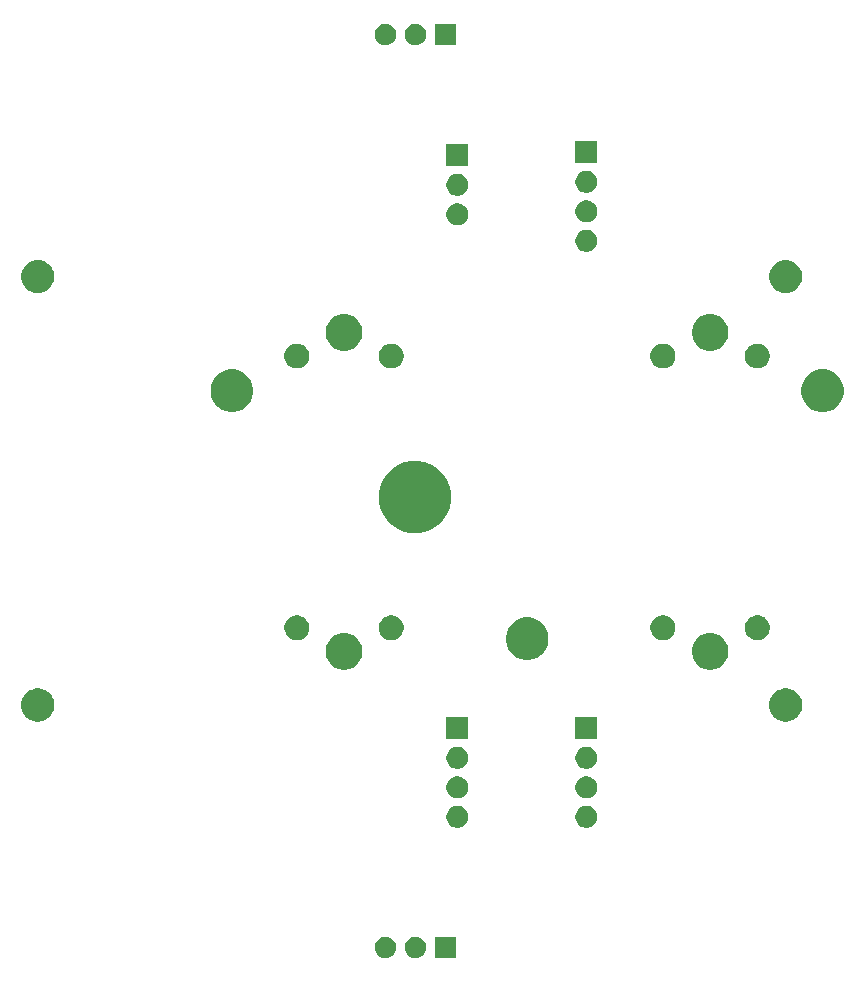
<source format=gbr>
G04 #@! TF.GenerationSoftware,KiCad,Pcbnew,(5.1.5)-3*
G04 #@! TF.CreationDate,2020-06-25T09:37:35+02:00*
G04 #@! TF.ProjectId,StepperClockMotor,53746570-7065-4724-936c-6f636b4d6f74,v1.1*
G04 #@! TF.SameCoordinates,Original*
G04 #@! TF.FileFunction,Soldermask,Top*
G04 #@! TF.FilePolarity,Negative*
%FSLAX46Y46*%
G04 Gerber Fmt 4.6, Leading zero omitted, Abs format (unit mm)*
G04 Created by KiCad (PCBNEW (5.1.5)-3) date 2020-06-25 09:37:35*
%MOMM*%
%LPD*%
G04 APERTURE LIST*
%ADD10C,0.100000*%
G04 APERTURE END LIST*
D10*
G36*
X104278800Y-182451740D02*
G01*
X102476800Y-182451740D01*
X102476800Y-180649740D01*
X104278800Y-180649740D01*
X104278800Y-182451740D01*
G37*
G36*
X100951312Y-180654667D02*
G01*
X101100612Y-180684364D01*
X101264584Y-180752284D01*
X101412154Y-180850887D01*
X101537653Y-180976386D01*
X101636256Y-181123956D01*
X101704176Y-181287928D01*
X101738800Y-181461999D01*
X101738800Y-181639481D01*
X101704176Y-181813552D01*
X101636256Y-181977524D01*
X101537653Y-182125094D01*
X101412154Y-182250593D01*
X101264584Y-182349196D01*
X101100612Y-182417116D01*
X100951312Y-182446813D01*
X100926542Y-182451740D01*
X100749058Y-182451740D01*
X100724288Y-182446813D01*
X100574988Y-182417116D01*
X100411016Y-182349196D01*
X100263446Y-182250593D01*
X100137947Y-182125094D01*
X100039344Y-181977524D01*
X99971424Y-181813552D01*
X99936800Y-181639481D01*
X99936800Y-181461999D01*
X99971424Y-181287928D01*
X100039344Y-181123956D01*
X100137947Y-180976386D01*
X100263446Y-180850887D01*
X100411016Y-180752284D01*
X100574988Y-180684364D01*
X100724288Y-180654667D01*
X100749058Y-180649740D01*
X100926542Y-180649740D01*
X100951312Y-180654667D01*
G37*
G36*
X98411312Y-180654667D02*
G01*
X98560612Y-180684364D01*
X98724584Y-180752284D01*
X98872154Y-180850887D01*
X98997653Y-180976386D01*
X99096256Y-181123956D01*
X99164176Y-181287928D01*
X99198800Y-181461999D01*
X99198800Y-181639481D01*
X99164176Y-181813552D01*
X99096256Y-181977524D01*
X98997653Y-182125094D01*
X98872154Y-182250593D01*
X98724584Y-182349196D01*
X98560612Y-182417116D01*
X98411312Y-182446813D01*
X98386542Y-182451740D01*
X98209058Y-182451740D01*
X98184288Y-182446813D01*
X98034988Y-182417116D01*
X97871016Y-182349196D01*
X97723446Y-182250593D01*
X97597947Y-182125094D01*
X97499344Y-181977524D01*
X97431424Y-181813552D01*
X97396800Y-181639481D01*
X97396800Y-181461999D01*
X97431424Y-181287928D01*
X97499344Y-181123956D01*
X97597947Y-180976386D01*
X97723446Y-180850887D01*
X97871016Y-180752284D01*
X98034988Y-180684364D01*
X98184288Y-180654667D01*
X98209058Y-180649740D01*
X98386542Y-180649740D01*
X98411312Y-180654667D01*
G37*
G36*
X115585904Y-169618325D02*
G01*
X115754426Y-169688129D01*
X115906091Y-169789468D01*
X116035072Y-169918449D01*
X116136411Y-170070114D01*
X116206215Y-170238636D01*
X116241800Y-170417537D01*
X116241800Y-170599943D01*
X116206215Y-170778844D01*
X116136411Y-170947366D01*
X116035072Y-171099031D01*
X115906091Y-171228012D01*
X115754426Y-171329351D01*
X115585904Y-171399155D01*
X115407003Y-171434740D01*
X115224597Y-171434740D01*
X115045696Y-171399155D01*
X114877174Y-171329351D01*
X114725509Y-171228012D01*
X114596528Y-171099031D01*
X114495189Y-170947366D01*
X114425385Y-170778844D01*
X114389800Y-170599943D01*
X114389800Y-170417537D01*
X114425385Y-170238636D01*
X114495189Y-170070114D01*
X114596528Y-169918449D01*
X114725509Y-169789468D01*
X114877174Y-169688129D01*
X115045696Y-169618325D01*
X115224597Y-169582740D01*
X115407003Y-169582740D01*
X115585904Y-169618325D01*
G37*
G36*
X104663904Y-169618325D02*
G01*
X104832426Y-169688129D01*
X104984091Y-169789468D01*
X105113072Y-169918449D01*
X105214411Y-170070114D01*
X105284215Y-170238636D01*
X105319800Y-170417537D01*
X105319800Y-170599943D01*
X105284215Y-170778844D01*
X105214411Y-170947366D01*
X105113072Y-171099031D01*
X104984091Y-171228012D01*
X104832426Y-171329351D01*
X104663904Y-171399155D01*
X104485003Y-171434740D01*
X104302597Y-171434740D01*
X104123696Y-171399155D01*
X103955174Y-171329351D01*
X103803509Y-171228012D01*
X103674528Y-171099031D01*
X103573189Y-170947366D01*
X103503385Y-170778844D01*
X103467800Y-170599943D01*
X103467800Y-170417537D01*
X103503385Y-170238636D01*
X103573189Y-170070114D01*
X103674528Y-169918449D01*
X103803509Y-169789468D01*
X103955174Y-169688129D01*
X104123696Y-169618325D01*
X104302597Y-169582740D01*
X104485003Y-169582740D01*
X104663904Y-169618325D01*
G37*
G36*
X104663904Y-167118325D02*
G01*
X104832426Y-167188129D01*
X104984091Y-167289468D01*
X105113072Y-167418449D01*
X105214411Y-167570114D01*
X105284215Y-167738636D01*
X105319800Y-167917537D01*
X105319800Y-168099943D01*
X105284215Y-168278844D01*
X105214411Y-168447366D01*
X105113072Y-168599031D01*
X104984091Y-168728012D01*
X104832426Y-168829351D01*
X104663904Y-168899155D01*
X104485003Y-168934740D01*
X104302597Y-168934740D01*
X104123696Y-168899155D01*
X103955174Y-168829351D01*
X103803509Y-168728012D01*
X103674528Y-168599031D01*
X103573189Y-168447366D01*
X103503385Y-168278844D01*
X103467800Y-168099943D01*
X103467800Y-167917537D01*
X103503385Y-167738636D01*
X103573189Y-167570114D01*
X103674528Y-167418449D01*
X103803509Y-167289468D01*
X103955174Y-167188129D01*
X104123696Y-167118325D01*
X104302597Y-167082740D01*
X104485003Y-167082740D01*
X104663904Y-167118325D01*
G37*
G36*
X115585904Y-167118325D02*
G01*
X115754426Y-167188129D01*
X115906091Y-167289468D01*
X116035072Y-167418449D01*
X116136411Y-167570114D01*
X116206215Y-167738636D01*
X116241800Y-167917537D01*
X116241800Y-168099943D01*
X116206215Y-168278844D01*
X116136411Y-168447366D01*
X116035072Y-168599031D01*
X115906091Y-168728012D01*
X115754426Y-168829351D01*
X115585904Y-168899155D01*
X115407003Y-168934740D01*
X115224597Y-168934740D01*
X115045696Y-168899155D01*
X114877174Y-168829351D01*
X114725509Y-168728012D01*
X114596528Y-168599031D01*
X114495189Y-168447366D01*
X114425385Y-168278844D01*
X114389800Y-168099943D01*
X114389800Y-167917537D01*
X114425385Y-167738636D01*
X114495189Y-167570114D01*
X114596528Y-167418449D01*
X114725509Y-167289468D01*
X114877174Y-167188129D01*
X115045696Y-167118325D01*
X115224597Y-167082740D01*
X115407003Y-167082740D01*
X115585904Y-167118325D01*
G37*
G36*
X115585904Y-164618325D02*
G01*
X115754426Y-164688129D01*
X115906091Y-164789468D01*
X116035072Y-164918449D01*
X116136411Y-165070114D01*
X116206215Y-165238636D01*
X116241800Y-165417537D01*
X116241800Y-165599943D01*
X116206215Y-165778844D01*
X116136411Y-165947366D01*
X116035072Y-166099031D01*
X115906091Y-166228012D01*
X115754426Y-166329351D01*
X115585904Y-166399155D01*
X115407003Y-166434740D01*
X115224597Y-166434740D01*
X115045696Y-166399155D01*
X114877174Y-166329351D01*
X114725509Y-166228012D01*
X114596528Y-166099031D01*
X114495189Y-165947366D01*
X114425385Y-165778844D01*
X114389800Y-165599943D01*
X114389800Y-165417537D01*
X114425385Y-165238636D01*
X114495189Y-165070114D01*
X114596528Y-164918449D01*
X114725509Y-164789468D01*
X114877174Y-164688129D01*
X115045696Y-164618325D01*
X115224597Y-164582740D01*
X115407003Y-164582740D01*
X115585904Y-164618325D01*
G37*
G36*
X104663904Y-164618325D02*
G01*
X104832426Y-164688129D01*
X104984091Y-164789468D01*
X105113072Y-164918449D01*
X105214411Y-165070114D01*
X105284215Y-165238636D01*
X105319800Y-165417537D01*
X105319800Y-165599943D01*
X105284215Y-165778844D01*
X105214411Y-165947366D01*
X105113072Y-166099031D01*
X104984091Y-166228012D01*
X104832426Y-166329351D01*
X104663904Y-166399155D01*
X104485003Y-166434740D01*
X104302597Y-166434740D01*
X104123696Y-166399155D01*
X103955174Y-166329351D01*
X103803509Y-166228012D01*
X103674528Y-166099031D01*
X103573189Y-165947366D01*
X103503385Y-165778844D01*
X103467800Y-165599943D01*
X103467800Y-165417537D01*
X103503385Y-165238636D01*
X103573189Y-165070114D01*
X103674528Y-164918449D01*
X103803509Y-164789468D01*
X103955174Y-164688129D01*
X104123696Y-164618325D01*
X104302597Y-164582740D01*
X104485003Y-164582740D01*
X104663904Y-164618325D01*
G37*
G36*
X116241800Y-163934740D02*
G01*
X114389800Y-163934740D01*
X114389800Y-162082740D01*
X116241800Y-162082740D01*
X116241800Y-163934740D01*
G37*
G36*
X105319800Y-163934740D02*
G01*
X103467800Y-163934740D01*
X103467800Y-162082740D01*
X105319800Y-162082740D01*
X105319800Y-163934740D01*
G37*
G36*
X69184233Y-159665633D02*
G01*
X69274457Y-159683579D01*
X69380067Y-159727325D01*
X69529421Y-159789189D01*
X69529422Y-159789190D01*
X69758886Y-159942512D01*
X69954028Y-160137654D01*
X70056475Y-160290977D01*
X70107351Y-160367119D01*
X70212961Y-160622084D01*
X70266800Y-160892752D01*
X70266800Y-161168728D01*
X70212961Y-161439396D01*
X70107351Y-161694361D01*
X70107350Y-161694362D01*
X69954028Y-161923826D01*
X69758886Y-162118968D01*
X69605563Y-162221415D01*
X69529421Y-162272291D01*
X69380067Y-162334155D01*
X69274457Y-162377901D01*
X69184233Y-162395847D01*
X69003788Y-162431740D01*
X68727812Y-162431740D01*
X68547367Y-162395847D01*
X68457143Y-162377901D01*
X68351533Y-162334155D01*
X68202179Y-162272291D01*
X68126037Y-162221415D01*
X67972714Y-162118968D01*
X67777572Y-161923826D01*
X67624250Y-161694362D01*
X67624249Y-161694361D01*
X67518639Y-161439396D01*
X67464800Y-161168728D01*
X67464800Y-160892752D01*
X67518639Y-160622084D01*
X67624249Y-160367119D01*
X67675125Y-160290977D01*
X67777572Y-160137654D01*
X67972714Y-159942512D01*
X68202178Y-159789190D01*
X68202179Y-159789189D01*
X68351533Y-159727325D01*
X68457143Y-159683579D01*
X68547367Y-159665633D01*
X68727812Y-159629740D01*
X69003788Y-159629740D01*
X69184233Y-159665633D01*
G37*
G36*
X132504233Y-159665633D02*
G01*
X132594457Y-159683579D01*
X132700067Y-159727325D01*
X132849421Y-159789189D01*
X132849422Y-159789190D01*
X133078886Y-159942512D01*
X133274028Y-160137654D01*
X133376475Y-160290977D01*
X133427351Y-160367119D01*
X133532961Y-160622084D01*
X133586800Y-160892752D01*
X133586800Y-161168728D01*
X133532961Y-161439396D01*
X133427351Y-161694361D01*
X133427350Y-161694362D01*
X133274028Y-161923826D01*
X133078886Y-162118968D01*
X132925563Y-162221415D01*
X132849421Y-162272291D01*
X132700067Y-162334155D01*
X132594457Y-162377901D01*
X132504233Y-162395847D01*
X132323788Y-162431740D01*
X132047812Y-162431740D01*
X131867367Y-162395847D01*
X131777143Y-162377901D01*
X131671533Y-162334155D01*
X131522179Y-162272291D01*
X131446037Y-162221415D01*
X131292714Y-162118968D01*
X131097572Y-161923826D01*
X130944250Y-161694362D01*
X130944249Y-161694361D01*
X130838639Y-161439396D01*
X130784800Y-161168728D01*
X130784800Y-160892752D01*
X130838639Y-160622084D01*
X130944249Y-160367119D01*
X130995125Y-160290977D01*
X131097572Y-160137654D01*
X131292714Y-159942512D01*
X131522178Y-159789190D01*
X131522179Y-159789189D01*
X131671533Y-159727325D01*
X131777143Y-159683579D01*
X131867367Y-159665633D01*
X132047812Y-159629740D01*
X132323788Y-159629740D01*
X132504233Y-159665633D01*
G37*
G36*
X95098385Y-154959542D02*
G01*
X95248210Y-154989344D01*
X95530474Y-155106261D01*
X95784505Y-155275999D01*
X96000541Y-155492035D01*
X96170279Y-155746066D01*
X96287196Y-156028330D01*
X96346800Y-156327980D01*
X96346800Y-156633500D01*
X96287196Y-156933150D01*
X96170279Y-157215414D01*
X96000541Y-157469445D01*
X95784505Y-157685481D01*
X95530474Y-157855219D01*
X95248210Y-157972136D01*
X95098385Y-158001938D01*
X94948561Y-158031740D01*
X94643039Y-158031740D01*
X94493215Y-158001938D01*
X94343390Y-157972136D01*
X94061126Y-157855219D01*
X93807095Y-157685481D01*
X93591059Y-157469445D01*
X93421321Y-157215414D01*
X93304404Y-156933150D01*
X93244800Y-156633500D01*
X93244800Y-156327980D01*
X93304404Y-156028330D01*
X93421321Y-155746066D01*
X93591059Y-155492035D01*
X93807095Y-155275999D01*
X94061126Y-155106261D01*
X94343390Y-154989344D01*
X94493215Y-154959542D01*
X94643039Y-154929740D01*
X94948561Y-154929740D01*
X95098385Y-154959542D01*
G37*
G36*
X126098385Y-154959542D02*
G01*
X126248210Y-154989344D01*
X126530474Y-155106261D01*
X126784505Y-155275999D01*
X127000541Y-155492035D01*
X127170279Y-155746066D01*
X127287196Y-156028330D01*
X127346800Y-156327980D01*
X127346800Y-156633500D01*
X127287196Y-156933150D01*
X127170279Y-157215414D01*
X127000541Y-157469445D01*
X126784505Y-157685481D01*
X126530474Y-157855219D01*
X126248210Y-157972136D01*
X126098385Y-158001938D01*
X125948561Y-158031740D01*
X125643039Y-158031740D01*
X125493215Y-158001938D01*
X125343390Y-157972136D01*
X125061126Y-157855219D01*
X124807095Y-157685481D01*
X124591059Y-157469445D01*
X124421321Y-157215414D01*
X124304404Y-156933150D01*
X124244800Y-156633500D01*
X124244800Y-156327980D01*
X124304404Y-156028330D01*
X124421321Y-155746066D01*
X124591059Y-155492035D01*
X124807095Y-155275999D01*
X125061126Y-155106261D01*
X125343390Y-154989344D01*
X125493215Y-154959542D01*
X125643039Y-154929740D01*
X125948561Y-154929740D01*
X126098385Y-154959542D01*
G37*
G36*
X110831131Y-153688951D02*
G01*
X111158892Y-153824714D01*
X111453870Y-154021812D01*
X111704728Y-154272670D01*
X111901826Y-154567648D01*
X112037589Y-154895409D01*
X112106800Y-155243356D01*
X112106800Y-155598124D01*
X112037589Y-155946071D01*
X111901826Y-156273832D01*
X111704728Y-156568810D01*
X111453870Y-156819668D01*
X111158892Y-157016766D01*
X110831131Y-157152529D01*
X110483184Y-157221740D01*
X110128416Y-157221740D01*
X109780469Y-157152529D01*
X109452708Y-157016766D01*
X109157730Y-156819668D01*
X108906872Y-156568810D01*
X108709774Y-156273832D01*
X108574011Y-155946071D01*
X108504800Y-155598124D01*
X108504800Y-155243356D01*
X108574011Y-154895409D01*
X108709774Y-154567648D01*
X108906872Y-154272670D01*
X109157730Y-154021812D01*
X109452708Y-153824714D01*
X109780469Y-153688951D01*
X110128416Y-153619740D01*
X110483184Y-153619740D01*
X110831131Y-153688951D01*
G37*
G36*
X91102364Y-153470129D02*
G01*
X91293633Y-153549355D01*
X91293635Y-153549356D01*
X91398972Y-153619740D01*
X91465773Y-153664375D01*
X91612165Y-153810767D01*
X91727185Y-153982907D01*
X91806411Y-154174176D01*
X91846800Y-154377224D01*
X91846800Y-154584256D01*
X91806411Y-154787304D01*
X91747412Y-154929740D01*
X91727184Y-154978575D01*
X91612165Y-155150713D01*
X91465773Y-155297105D01*
X91293635Y-155412124D01*
X91293634Y-155412125D01*
X91293633Y-155412125D01*
X91102364Y-155491351D01*
X90899316Y-155531740D01*
X90692284Y-155531740D01*
X90489236Y-155491351D01*
X90297967Y-155412125D01*
X90297966Y-155412125D01*
X90297965Y-155412124D01*
X90125827Y-155297105D01*
X89979435Y-155150713D01*
X89864416Y-154978575D01*
X89844188Y-154929740D01*
X89785189Y-154787304D01*
X89744800Y-154584256D01*
X89744800Y-154377224D01*
X89785189Y-154174176D01*
X89864415Y-153982907D01*
X89979435Y-153810767D01*
X90125827Y-153664375D01*
X90192628Y-153619740D01*
X90297965Y-153549356D01*
X90297967Y-153549355D01*
X90489236Y-153470129D01*
X90692284Y-153429740D01*
X90899316Y-153429740D01*
X91102364Y-153470129D01*
G37*
G36*
X99102364Y-153470129D02*
G01*
X99293633Y-153549355D01*
X99293635Y-153549356D01*
X99398972Y-153619740D01*
X99465773Y-153664375D01*
X99612165Y-153810767D01*
X99727185Y-153982907D01*
X99806411Y-154174176D01*
X99846800Y-154377224D01*
X99846800Y-154584256D01*
X99806411Y-154787304D01*
X99747412Y-154929740D01*
X99727184Y-154978575D01*
X99612165Y-155150713D01*
X99465773Y-155297105D01*
X99293635Y-155412124D01*
X99293634Y-155412125D01*
X99293633Y-155412125D01*
X99102364Y-155491351D01*
X98899316Y-155531740D01*
X98692284Y-155531740D01*
X98489236Y-155491351D01*
X98297967Y-155412125D01*
X98297966Y-155412125D01*
X98297965Y-155412124D01*
X98125827Y-155297105D01*
X97979435Y-155150713D01*
X97864416Y-154978575D01*
X97844188Y-154929740D01*
X97785189Y-154787304D01*
X97744800Y-154584256D01*
X97744800Y-154377224D01*
X97785189Y-154174176D01*
X97864415Y-153982907D01*
X97979435Y-153810767D01*
X98125827Y-153664375D01*
X98192628Y-153619740D01*
X98297965Y-153549356D01*
X98297967Y-153549355D01*
X98489236Y-153470129D01*
X98692284Y-153429740D01*
X98899316Y-153429740D01*
X99102364Y-153470129D01*
G37*
G36*
X122102364Y-153470129D02*
G01*
X122293633Y-153549355D01*
X122293635Y-153549356D01*
X122398972Y-153619740D01*
X122465773Y-153664375D01*
X122612165Y-153810767D01*
X122727185Y-153982907D01*
X122806411Y-154174176D01*
X122846800Y-154377224D01*
X122846800Y-154584256D01*
X122806411Y-154787304D01*
X122747412Y-154929740D01*
X122727184Y-154978575D01*
X122612165Y-155150713D01*
X122465773Y-155297105D01*
X122293635Y-155412124D01*
X122293634Y-155412125D01*
X122293633Y-155412125D01*
X122102364Y-155491351D01*
X121899316Y-155531740D01*
X121692284Y-155531740D01*
X121489236Y-155491351D01*
X121297967Y-155412125D01*
X121297966Y-155412125D01*
X121297965Y-155412124D01*
X121125827Y-155297105D01*
X120979435Y-155150713D01*
X120864416Y-154978575D01*
X120844188Y-154929740D01*
X120785189Y-154787304D01*
X120744800Y-154584256D01*
X120744800Y-154377224D01*
X120785189Y-154174176D01*
X120864415Y-153982907D01*
X120979435Y-153810767D01*
X121125827Y-153664375D01*
X121192628Y-153619740D01*
X121297965Y-153549356D01*
X121297967Y-153549355D01*
X121489236Y-153470129D01*
X121692284Y-153429740D01*
X121899316Y-153429740D01*
X122102364Y-153470129D01*
G37*
G36*
X130102364Y-153470129D02*
G01*
X130293633Y-153549355D01*
X130293635Y-153549356D01*
X130398972Y-153619740D01*
X130465773Y-153664375D01*
X130612165Y-153810767D01*
X130727185Y-153982907D01*
X130806411Y-154174176D01*
X130846800Y-154377224D01*
X130846800Y-154584256D01*
X130806411Y-154787304D01*
X130747412Y-154929740D01*
X130727184Y-154978575D01*
X130612165Y-155150713D01*
X130465773Y-155297105D01*
X130293635Y-155412124D01*
X130293634Y-155412125D01*
X130293633Y-155412125D01*
X130102364Y-155491351D01*
X129899316Y-155531740D01*
X129692284Y-155531740D01*
X129489236Y-155491351D01*
X129297967Y-155412125D01*
X129297966Y-155412125D01*
X129297965Y-155412124D01*
X129125827Y-155297105D01*
X128979435Y-155150713D01*
X128864416Y-154978575D01*
X128844188Y-154929740D01*
X128785189Y-154787304D01*
X128744800Y-154584256D01*
X128744800Y-154377224D01*
X128785189Y-154174176D01*
X128864415Y-153982907D01*
X128979435Y-153810767D01*
X129125827Y-153664375D01*
X129192628Y-153619740D01*
X129297965Y-153549356D01*
X129297967Y-153549355D01*
X129489236Y-153470129D01*
X129692284Y-153429740D01*
X129899316Y-153429740D01*
X130102364Y-153470129D01*
G37*
G36*
X101685743Y-140486988D02*
G01*
X102240989Y-140716978D01*
X102240990Y-140716979D01*
X102740699Y-141050874D01*
X103165666Y-141475841D01*
X103165667Y-141475843D01*
X103499562Y-141975551D01*
X103729552Y-142530797D01*
X103846800Y-143120241D01*
X103846800Y-143721239D01*
X103729552Y-144310683D01*
X103499562Y-144865929D01*
X103499561Y-144865930D01*
X103165666Y-145365639D01*
X102740699Y-145790606D01*
X102489147Y-145958688D01*
X102240989Y-146124502D01*
X101685743Y-146354492D01*
X101096299Y-146471740D01*
X100495301Y-146471740D01*
X99905857Y-146354492D01*
X99350611Y-146124502D01*
X99102453Y-145958688D01*
X98850901Y-145790606D01*
X98425934Y-145365639D01*
X98092039Y-144865930D01*
X98092038Y-144865929D01*
X97862048Y-144310683D01*
X97744800Y-143721239D01*
X97744800Y-143120241D01*
X97862048Y-142530797D01*
X98092038Y-141975551D01*
X98425933Y-141475843D01*
X98425934Y-141475841D01*
X98850901Y-141050874D01*
X99350610Y-140716979D01*
X99350611Y-140716978D01*
X99905857Y-140486988D01*
X100495301Y-140369740D01*
X101096299Y-140369740D01*
X101685743Y-140486988D01*
G37*
G36*
X135831131Y-132688951D02*
G01*
X136158892Y-132824714D01*
X136453870Y-133021812D01*
X136704728Y-133272670D01*
X136901826Y-133567648D01*
X137037589Y-133895409D01*
X137106800Y-134243356D01*
X137106800Y-134598124D01*
X137037589Y-134946071D01*
X136901826Y-135273832D01*
X136704728Y-135568810D01*
X136453870Y-135819668D01*
X136158892Y-136016766D01*
X135831131Y-136152529D01*
X135483184Y-136221740D01*
X135128416Y-136221740D01*
X134780469Y-136152529D01*
X134452708Y-136016766D01*
X134157730Y-135819668D01*
X133906872Y-135568810D01*
X133709774Y-135273832D01*
X133574011Y-134946071D01*
X133504800Y-134598124D01*
X133504800Y-134243356D01*
X133574011Y-133895409D01*
X133709774Y-133567648D01*
X133906872Y-133272670D01*
X134157730Y-133021812D01*
X134452708Y-132824714D01*
X134780469Y-132688951D01*
X135128416Y-132619740D01*
X135483184Y-132619740D01*
X135831131Y-132688951D01*
G37*
G36*
X85831131Y-132688951D02*
G01*
X86158892Y-132824714D01*
X86453870Y-133021812D01*
X86704728Y-133272670D01*
X86901826Y-133567648D01*
X87037589Y-133895409D01*
X87106800Y-134243356D01*
X87106800Y-134598124D01*
X87037589Y-134946071D01*
X86901826Y-135273832D01*
X86704728Y-135568810D01*
X86453870Y-135819668D01*
X86158892Y-136016766D01*
X85831131Y-136152529D01*
X85483184Y-136221740D01*
X85128416Y-136221740D01*
X84780469Y-136152529D01*
X84452708Y-136016766D01*
X84157730Y-135819668D01*
X83906872Y-135568810D01*
X83709774Y-135273832D01*
X83574011Y-134946071D01*
X83504800Y-134598124D01*
X83504800Y-134243356D01*
X83574011Y-133895409D01*
X83709774Y-133567648D01*
X83906872Y-133272670D01*
X84157730Y-133021812D01*
X84452708Y-132824714D01*
X84780469Y-132688951D01*
X85128416Y-132619740D01*
X85483184Y-132619740D01*
X85831131Y-132688951D01*
G37*
G36*
X122102364Y-130470129D02*
G01*
X122293633Y-130549355D01*
X122293635Y-130549356D01*
X122465773Y-130664375D01*
X122612165Y-130810767D01*
X122727185Y-130982907D01*
X122806411Y-131174176D01*
X122846800Y-131377224D01*
X122846800Y-131584256D01*
X122806411Y-131787304D01*
X122727185Y-131978573D01*
X122727184Y-131978575D01*
X122612165Y-132150713D01*
X122465773Y-132297105D01*
X122293635Y-132412124D01*
X122293634Y-132412125D01*
X122293633Y-132412125D01*
X122102364Y-132491351D01*
X121899316Y-132531740D01*
X121692284Y-132531740D01*
X121489236Y-132491351D01*
X121297967Y-132412125D01*
X121297966Y-132412125D01*
X121297965Y-132412124D01*
X121125827Y-132297105D01*
X120979435Y-132150713D01*
X120864416Y-131978575D01*
X120864415Y-131978573D01*
X120785189Y-131787304D01*
X120744800Y-131584256D01*
X120744800Y-131377224D01*
X120785189Y-131174176D01*
X120864415Y-130982907D01*
X120979435Y-130810767D01*
X121125827Y-130664375D01*
X121297965Y-130549356D01*
X121297967Y-130549355D01*
X121489236Y-130470129D01*
X121692284Y-130429740D01*
X121899316Y-130429740D01*
X122102364Y-130470129D01*
G37*
G36*
X91102364Y-130470129D02*
G01*
X91293633Y-130549355D01*
X91293635Y-130549356D01*
X91465773Y-130664375D01*
X91612165Y-130810767D01*
X91727185Y-130982907D01*
X91806411Y-131174176D01*
X91846800Y-131377224D01*
X91846800Y-131584256D01*
X91806411Y-131787304D01*
X91727185Y-131978573D01*
X91727184Y-131978575D01*
X91612165Y-132150713D01*
X91465773Y-132297105D01*
X91293635Y-132412124D01*
X91293634Y-132412125D01*
X91293633Y-132412125D01*
X91102364Y-132491351D01*
X90899316Y-132531740D01*
X90692284Y-132531740D01*
X90489236Y-132491351D01*
X90297967Y-132412125D01*
X90297966Y-132412125D01*
X90297965Y-132412124D01*
X90125827Y-132297105D01*
X89979435Y-132150713D01*
X89864416Y-131978575D01*
X89864415Y-131978573D01*
X89785189Y-131787304D01*
X89744800Y-131584256D01*
X89744800Y-131377224D01*
X89785189Y-131174176D01*
X89864415Y-130982907D01*
X89979435Y-130810767D01*
X90125827Y-130664375D01*
X90297965Y-130549356D01*
X90297967Y-130549355D01*
X90489236Y-130470129D01*
X90692284Y-130429740D01*
X90899316Y-130429740D01*
X91102364Y-130470129D01*
G37*
G36*
X99102364Y-130470129D02*
G01*
X99293633Y-130549355D01*
X99293635Y-130549356D01*
X99465773Y-130664375D01*
X99612165Y-130810767D01*
X99727185Y-130982907D01*
X99806411Y-131174176D01*
X99846800Y-131377224D01*
X99846800Y-131584256D01*
X99806411Y-131787304D01*
X99727185Y-131978573D01*
X99727184Y-131978575D01*
X99612165Y-132150713D01*
X99465773Y-132297105D01*
X99293635Y-132412124D01*
X99293634Y-132412125D01*
X99293633Y-132412125D01*
X99102364Y-132491351D01*
X98899316Y-132531740D01*
X98692284Y-132531740D01*
X98489236Y-132491351D01*
X98297967Y-132412125D01*
X98297966Y-132412125D01*
X98297965Y-132412124D01*
X98125827Y-132297105D01*
X97979435Y-132150713D01*
X97864416Y-131978575D01*
X97864415Y-131978573D01*
X97785189Y-131787304D01*
X97744800Y-131584256D01*
X97744800Y-131377224D01*
X97785189Y-131174176D01*
X97864415Y-130982907D01*
X97979435Y-130810767D01*
X98125827Y-130664375D01*
X98297965Y-130549356D01*
X98297967Y-130549355D01*
X98489236Y-130470129D01*
X98692284Y-130429740D01*
X98899316Y-130429740D01*
X99102364Y-130470129D01*
G37*
G36*
X130102364Y-130470129D02*
G01*
X130293633Y-130549355D01*
X130293635Y-130549356D01*
X130465773Y-130664375D01*
X130612165Y-130810767D01*
X130727185Y-130982907D01*
X130806411Y-131174176D01*
X130846800Y-131377224D01*
X130846800Y-131584256D01*
X130806411Y-131787304D01*
X130727185Y-131978573D01*
X130727184Y-131978575D01*
X130612165Y-132150713D01*
X130465773Y-132297105D01*
X130293635Y-132412124D01*
X130293634Y-132412125D01*
X130293633Y-132412125D01*
X130102364Y-132491351D01*
X129899316Y-132531740D01*
X129692284Y-132531740D01*
X129489236Y-132491351D01*
X129297967Y-132412125D01*
X129297966Y-132412125D01*
X129297965Y-132412124D01*
X129125827Y-132297105D01*
X128979435Y-132150713D01*
X128864416Y-131978575D01*
X128864415Y-131978573D01*
X128785189Y-131787304D01*
X128744800Y-131584256D01*
X128744800Y-131377224D01*
X128785189Y-131174176D01*
X128864415Y-130982907D01*
X128979435Y-130810767D01*
X129125827Y-130664375D01*
X129297965Y-130549356D01*
X129297967Y-130549355D01*
X129489236Y-130470129D01*
X129692284Y-130429740D01*
X129899316Y-130429740D01*
X130102364Y-130470129D01*
G37*
G36*
X95098385Y-127959542D02*
G01*
X95248210Y-127989344D01*
X95530474Y-128106261D01*
X95784505Y-128275999D01*
X96000541Y-128492035D01*
X96170279Y-128746066D01*
X96287196Y-129028330D01*
X96346800Y-129327980D01*
X96346800Y-129633500D01*
X96287196Y-129933150D01*
X96170279Y-130215414D01*
X96000541Y-130469445D01*
X95784505Y-130685481D01*
X95530474Y-130855219D01*
X95248210Y-130972136D01*
X95194070Y-130982905D01*
X94948561Y-131031740D01*
X94643039Y-131031740D01*
X94397530Y-130982905D01*
X94343390Y-130972136D01*
X94061126Y-130855219D01*
X93807095Y-130685481D01*
X93591059Y-130469445D01*
X93421321Y-130215414D01*
X93304404Y-129933150D01*
X93244800Y-129633500D01*
X93244800Y-129327980D01*
X93304404Y-129028330D01*
X93421321Y-128746066D01*
X93591059Y-128492035D01*
X93807095Y-128275999D01*
X94061126Y-128106261D01*
X94343390Y-127989344D01*
X94493215Y-127959542D01*
X94643039Y-127929740D01*
X94948561Y-127929740D01*
X95098385Y-127959542D01*
G37*
G36*
X126098385Y-127959542D02*
G01*
X126248210Y-127989344D01*
X126530474Y-128106261D01*
X126784505Y-128275999D01*
X127000541Y-128492035D01*
X127170279Y-128746066D01*
X127287196Y-129028330D01*
X127346800Y-129327980D01*
X127346800Y-129633500D01*
X127287196Y-129933150D01*
X127170279Y-130215414D01*
X127000541Y-130469445D01*
X126784505Y-130685481D01*
X126530474Y-130855219D01*
X126248210Y-130972136D01*
X126194070Y-130982905D01*
X125948561Y-131031740D01*
X125643039Y-131031740D01*
X125397530Y-130982905D01*
X125343390Y-130972136D01*
X125061126Y-130855219D01*
X124807095Y-130685481D01*
X124591059Y-130469445D01*
X124421321Y-130215414D01*
X124304404Y-129933150D01*
X124244800Y-129633500D01*
X124244800Y-129327980D01*
X124304404Y-129028330D01*
X124421321Y-128746066D01*
X124591059Y-128492035D01*
X124807095Y-128275999D01*
X125061126Y-128106261D01*
X125343390Y-127989344D01*
X125493215Y-127959542D01*
X125643039Y-127929740D01*
X125948561Y-127929740D01*
X126098385Y-127959542D01*
G37*
G36*
X132504233Y-123385633D02*
G01*
X132594457Y-123403579D01*
X132700067Y-123447325D01*
X132849421Y-123509189D01*
X132849422Y-123509190D01*
X133078886Y-123662512D01*
X133274028Y-123857654D01*
X133376475Y-124010977D01*
X133427351Y-124087119D01*
X133532961Y-124342084D01*
X133586800Y-124612752D01*
X133586800Y-124888728D01*
X133532961Y-125159396D01*
X133427351Y-125414361D01*
X133427350Y-125414362D01*
X133274028Y-125643826D01*
X133078886Y-125838968D01*
X132925563Y-125941415D01*
X132849421Y-125992291D01*
X132700067Y-126054155D01*
X132594457Y-126097901D01*
X132504233Y-126115847D01*
X132323788Y-126151740D01*
X132047812Y-126151740D01*
X131867367Y-126115847D01*
X131777143Y-126097901D01*
X131671533Y-126054155D01*
X131522179Y-125992291D01*
X131446037Y-125941415D01*
X131292714Y-125838968D01*
X131097572Y-125643826D01*
X130944250Y-125414362D01*
X130944249Y-125414361D01*
X130838639Y-125159396D01*
X130784800Y-124888728D01*
X130784800Y-124612752D01*
X130838639Y-124342084D01*
X130944249Y-124087119D01*
X130995125Y-124010977D01*
X131097572Y-123857654D01*
X131292714Y-123662512D01*
X131522178Y-123509190D01*
X131522179Y-123509189D01*
X131671533Y-123447325D01*
X131777143Y-123403579D01*
X131867367Y-123385633D01*
X132047812Y-123349740D01*
X132323788Y-123349740D01*
X132504233Y-123385633D01*
G37*
G36*
X69184233Y-123385633D02*
G01*
X69274457Y-123403579D01*
X69380067Y-123447325D01*
X69529421Y-123509189D01*
X69529422Y-123509190D01*
X69758886Y-123662512D01*
X69954028Y-123857654D01*
X70056475Y-124010977D01*
X70107351Y-124087119D01*
X70212961Y-124342084D01*
X70266800Y-124612752D01*
X70266800Y-124888728D01*
X70212961Y-125159396D01*
X70107351Y-125414361D01*
X70107350Y-125414362D01*
X69954028Y-125643826D01*
X69758886Y-125838968D01*
X69605563Y-125941415D01*
X69529421Y-125992291D01*
X69380067Y-126054155D01*
X69274457Y-126097901D01*
X69184233Y-126115847D01*
X69003788Y-126151740D01*
X68727812Y-126151740D01*
X68547367Y-126115847D01*
X68457143Y-126097901D01*
X68351533Y-126054155D01*
X68202179Y-125992291D01*
X68126037Y-125941415D01*
X67972714Y-125838968D01*
X67777572Y-125643826D01*
X67624250Y-125414362D01*
X67624249Y-125414361D01*
X67518639Y-125159396D01*
X67464800Y-124888728D01*
X67464800Y-124612752D01*
X67518639Y-124342084D01*
X67624249Y-124087119D01*
X67675125Y-124010977D01*
X67777572Y-123857654D01*
X67972714Y-123662512D01*
X68202178Y-123509190D01*
X68202179Y-123509189D01*
X68351533Y-123447325D01*
X68457143Y-123403579D01*
X68547367Y-123385633D01*
X68727812Y-123349740D01*
X69003788Y-123349740D01*
X69184233Y-123385633D01*
G37*
G36*
X115585904Y-120850325D02*
G01*
X115754426Y-120920129D01*
X115906091Y-121021468D01*
X116035072Y-121150449D01*
X116136411Y-121302114D01*
X116206215Y-121470636D01*
X116241800Y-121649537D01*
X116241800Y-121831943D01*
X116206215Y-122010844D01*
X116136411Y-122179366D01*
X116035072Y-122331031D01*
X115906091Y-122460012D01*
X115754426Y-122561351D01*
X115585904Y-122631155D01*
X115407003Y-122666740D01*
X115224597Y-122666740D01*
X115045696Y-122631155D01*
X114877174Y-122561351D01*
X114725509Y-122460012D01*
X114596528Y-122331031D01*
X114495189Y-122179366D01*
X114425385Y-122010844D01*
X114389800Y-121831943D01*
X114389800Y-121649537D01*
X114425385Y-121470636D01*
X114495189Y-121302114D01*
X114596528Y-121150449D01*
X114725509Y-121021468D01*
X114877174Y-120920129D01*
X115045696Y-120850325D01*
X115224597Y-120814740D01*
X115407003Y-120814740D01*
X115585904Y-120850325D01*
G37*
G36*
X104663904Y-118604325D02*
G01*
X104832426Y-118674129D01*
X104984091Y-118775468D01*
X105113072Y-118904449D01*
X105214411Y-119056114D01*
X105284215Y-119224636D01*
X105319800Y-119403537D01*
X105319800Y-119585943D01*
X105284215Y-119764844D01*
X105214411Y-119933366D01*
X105113072Y-120085031D01*
X104984091Y-120214012D01*
X104832426Y-120315351D01*
X104663904Y-120385155D01*
X104485003Y-120420740D01*
X104302597Y-120420740D01*
X104123696Y-120385155D01*
X103955174Y-120315351D01*
X103803509Y-120214012D01*
X103674528Y-120085031D01*
X103573189Y-119933366D01*
X103503385Y-119764844D01*
X103467800Y-119585943D01*
X103467800Y-119403537D01*
X103503385Y-119224636D01*
X103573189Y-119056114D01*
X103674528Y-118904449D01*
X103803509Y-118775468D01*
X103955174Y-118674129D01*
X104123696Y-118604325D01*
X104302597Y-118568740D01*
X104485003Y-118568740D01*
X104663904Y-118604325D01*
G37*
G36*
X115585904Y-118350325D02*
G01*
X115754426Y-118420129D01*
X115906091Y-118521468D01*
X116035072Y-118650449D01*
X116136411Y-118802114D01*
X116206215Y-118970636D01*
X116241800Y-119149537D01*
X116241800Y-119331943D01*
X116206215Y-119510844D01*
X116136411Y-119679366D01*
X116035072Y-119831031D01*
X115906091Y-119960012D01*
X115754426Y-120061351D01*
X115585904Y-120131155D01*
X115407003Y-120166740D01*
X115224597Y-120166740D01*
X115045696Y-120131155D01*
X114877174Y-120061351D01*
X114725509Y-119960012D01*
X114596528Y-119831031D01*
X114495189Y-119679366D01*
X114425385Y-119510844D01*
X114389800Y-119331943D01*
X114389800Y-119149537D01*
X114425385Y-118970636D01*
X114495189Y-118802114D01*
X114596528Y-118650449D01*
X114725509Y-118521468D01*
X114877174Y-118420129D01*
X115045696Y-118350325D01*
X115224597Y-118314740D01*
X115407003Y-118314740D01*
X115585904Y-118350325D01*
G37*
G36*
X104663904Y-116104325D02*
G01*
X104832426Y-116174129D01*
X104984091Y-116275468D01*
X105113072Y-116404449D01*
X105214411Y-116556114D01*
X105284215Y-116724636D01*
X105319800Y-116903537D01*
X105319800Y-117085943D01*
X105284215Y-117264844D01*
X105214411Y-117433366D01*
X105113072Y-117585031D01*
X104984091Y-117714012D01*
X104832426Y-117815351D01*
X104663904Y-117885155D01*
X104485003Y-117920740D01*
X104302597Y-117920740D01*
X104123696Y-117885155D01*
X103955174Y-117815351D01*
X103803509Y-117714012D01*
X103674528Y-117585031D01*
X103573189Y-117433366D01*
X103503385Y-117264844D01*
X103467800Y-117085943D01*
X103467800Y-116903537D01*
X103503385Y-116724636D01*
X103573189Y-116556114D01*
X103674528Y-116404449D01*
X103803509Y-116275468D01*
X103955174Y-116174129D01*
X104123696Y-116104325D01*
X104302597Y-116068740D01*
X104485003Y-116068740D01*
X104663904Y-116104325D01*
G37*
G36*
X115585904Y-115850325D02*
G01*
X115754426Y-115920129D01*
X115906091Y-116021468D01*
X116035072Y-116150449D01*
X116136411Y-116302114D01*
X116206215Y-116470636D01*
X116241800Y-116649537D01*
X116241800Y-116831943D01*
X116206215Y-117010844D01*
X116136411Y-117179366D01*
X116035072Y-117331031D01*
X115906091Y-117460012D01*
X115754426Y-117561351D01*
X115585904Y-117631155D01*
X115407003Y-117666740D01*
X115224597Y-117666740D01*
X115045696Y-117631155D01*
X114877174Y-117561351D01*
X114725509Y-117460012D01*
X114596528Y-117331031D01*
X114495189Y-117179366D01*
X114425385Y-117010844D01*
X114389800Y-116831943D01*
X114389800Y-116649537D01*
X114425385Y-116470636D01*
X114495189Y-116302114D01*
X114596528Y-116150449D01*
X114725509Y-116021468D01*
X114877174Y-115920129D01*
X115045696Y-115850325D01*
X115224597Y-115814740D01*
X115407003Y-115814740D01*
X115585904Y-115850325D01*
G37*
G36*
X105319800Y-115420740D02*
G01*
X103467800Y-115420740D01*
X103467800Y-113568740D01*
X105319800Y-113568740D01*
X105319800Y-115420740D01*
G37*
G36*
X116241800Y-115166740D02*
G01*
X114389800Y-115166740D01*
X114389800Y-113314740D01*
X116241800Y-113314740D01*
X116241800Y-115166740D01*
G37*
G36*
X104276800Y-105161740D02*
G01*
X102474800Y-105161740D01*
X102474800Y-103359740D01*
X104276800Y-103359740D01*
X104276800Y-105161740D01*
G37*
G36*
X100949312Y-103364667D02*
G01*
X101098612Y-103394364D01*
X101262584Y-103462284D01*
X101410154Y-103560887D01*
X101535653Y-103686386D01*
X101634256Y-103833956D01*
X101702176Y-103997928D01*
X101736800Y-104171999D01*
X101736800Y-104349481D01*
X101702176Y-104523552D01*
X101634256Y-104687524D01*
X101535653Y-104835094D01*
X101410154Y-104960593D01*
X101262584Y-105059196D01*
X101098612Y-105127116D01*
X100949312Y-105156813D01*
X100924542Y-105161740D01*
X100747058Y-105161740D01*
X100722288Y-105156813D01*
X100572988Y-105127116D01*
X100409016Y-105059196D01*
X100261446Y-104960593D01*
X100135947Y-104835094D01*
X100037344Y-104687524D01*
X99969424Y-104523552D01*
X99934800Y-104349481D01*
X99934800Y-104171999D01*
X99969424Y-103997928D01*
X100037344Y-103833956D01*
X100135947Y-103686386D01*
X100261446Y-103560887D01*
X100409016Y-103462284D01*
X100572988Y-103394364D01*
X100722288Y-103364667D01*
X100747058Y-103359740D01*
X100924542Y-103359740D01*
X100949312Y-103364667D01*
G37*
G36*
X98409312Y-103364667D02*
G01*
X98558612Y-103394364D01*
X98722584Y-103462284D01*
X98870154Y-103560887D01*
X98995653Y-103686386D01*
X99094256Y-103833956D01*
X99162176Y-103997928D01*
X99196800Y-104171999D01*
X99196800Y-104349481D01*
X99162176Y-104523552D01*
X99094256Y-104687524D01*
X98995653Y-104835094D01*
X98870154Y-104960593D01*
X98722584Y-105059196D01*
X98558612Y-105127116D01*
X98409312Y-105156813D01*
X98384542Y-105161740D01*
X98207058Y-105161740D01*
X98182288Y-105156813D01*
X98032988Y-105127116D01*
X97869016Y-105059196D01*
X97721446Y-104960593D01*
X97595947Y-104835094D01*
X97497344Y-104687524D01*
X97429424Y-104523552D01*
X97394800Y-104349481D01*
X97394800Y-104171999D01*
X97429424Y-103997928D01*
X97497344Y-103833956D01*
X97595947Y-103686386D01*
X97721446Y-103560887D01*
X97869016Y-103462284D01*
X98032988Y-103394364D01*
X98182288Y-103364667D01*
X98207058Y-103359740D01*
X98384542Y-103359740D01*
X98409312Y-103364667D01*
G37*
M02*

</source>
